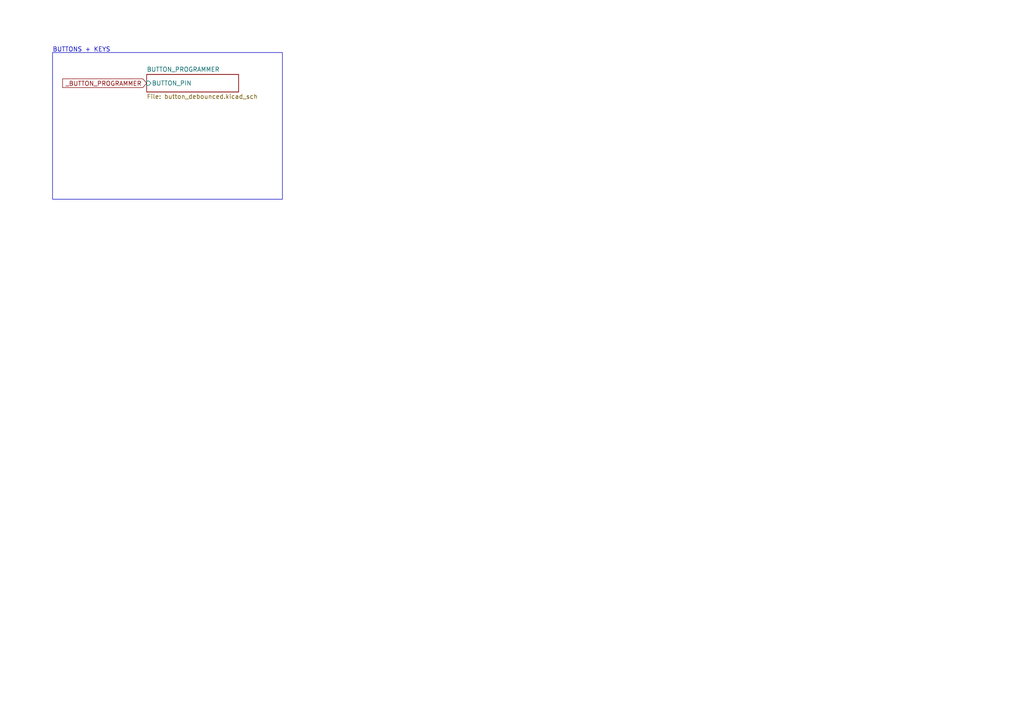
<source format=kicad_sch>
(kicad_sch
	(version 20231120)
	(generator "eeschema")
	(generator_version "8.0")
	(uuid "b421b872-5329-46cd-8911-b8ec4ccbe38e")
	(paper "A4")
	(lib_symbols)
	(rectangle
		(start 15.24 15.24)
		(end 81.915 57.785)
		(stroke
			(width 0)
			(type default)
		)
		(fill
			(type none)
		)
		(uuid 32212a7e-0b26-40d1-a5c9-db8584eff408)
	)
	(text "BUTTONS + KEYS"
		(exclude_from_sim no)
		(at 15.24 15.24 0)
		(effects
			(font
				(size 1.27 1.27)
			)
			(justify left bottom)
		)
		(uuid "85727e61-d711-41cd-90ac-c07a54385679")
	)
	(global_label "_BUTTON_PROGRAMMER"
		(shape input)
		(at 42.545 24.13 180)
		(fields_autoplaced yes)
		(effects
			(font
				(size 1.27 1.27)
			)
			(justify right)
		)
		(uuid "fb400197-479c-44d4-b464-a25f3edc98eb")
		(property "Intersheetrefs" "${INTERSHEET_REFS}"
			(at 17.6864 24.13 0)
			(effects
				(font
					(size 1.27 1.27)
				)
				(justify right)
				(hide yes)
			)
		)
	)
	(sheet
		(at 42.545 21.59)
		(size 26.67 5.08)
		(fields_autoplaced yes)
		(stroke
			(width 0.1524)
			(type solid)
		)
		(fill
			(color 0 0 0 0.0000)
		)
		(uuid "7936a5e0-5a04-43e4-aa84-42432289d154")
		(property "Sheetname" "BUTTON_PROGRAMMER"
			(at 42.545 20.8784 0)
			(effects
				(font
					(size 1.27 1.27)
				)
				(justify left bottom)
			)
		)
		(property "Sheetfile" "button_debounced.kicad_sch"
			(at 42.545 27.2546 0)
			(effects
				(font
					(size 1.27 1.27)
				)
				(justify left top)
			)
		)
		(pin "BUTTON_PIN" input
			(at 42.545 24.13 180)
			(effects
				(font
					(size 1.27 1.27)
				)
				(justify left)
			)
			(uuid "35b50cb0-fda5-4852-91ac-b98047a3b922")
		)
		(instances
			(project "KLST_CATERPILLAR"
				(path "/b4513875-4c57-4720-bcc5-43ead67fe18f/f08ee185-46fd-4c64-8c0d-73017bc497ee"
					(page "14")
				)
			)
		)
	)
)
</source>
